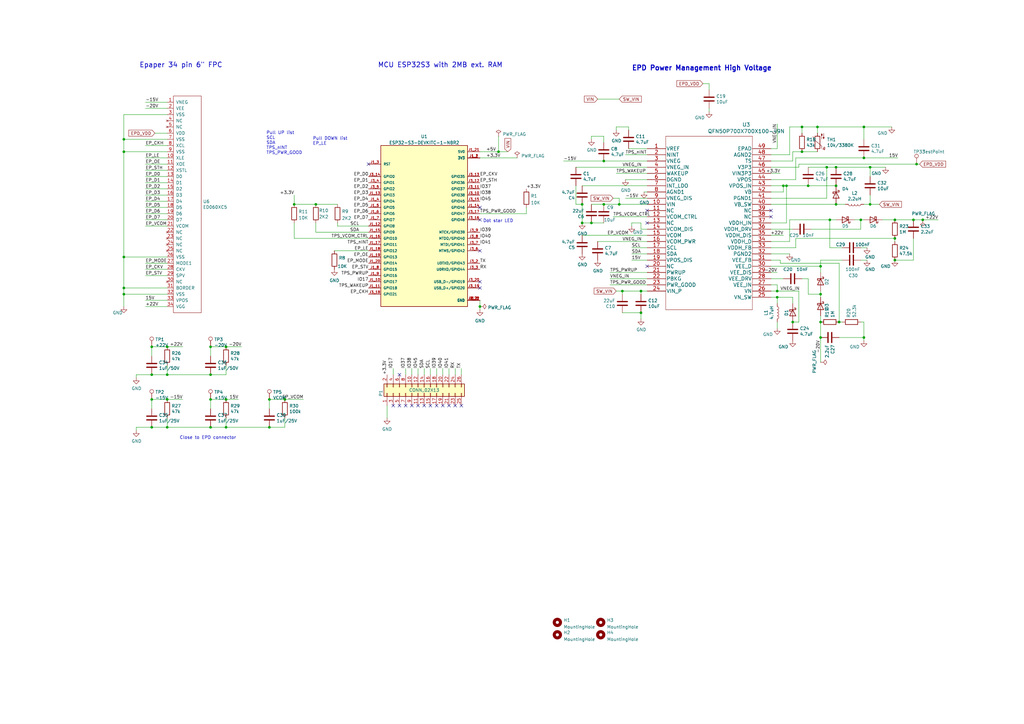
<source format=kicad_sch>
(kicad_sch (version 20211123) (generator eeschema)
  (paper "A3")
  (title_block (title "ESP32S2-WROVER dev board") (date "2022-02-01") (rev "V1.1") (company "FASANI CORP.") (comment 9 "Designed by Martin & Carlos Fasani"))
  (junction (at 339.09 68.58))
  (junction (at 50.8 105.41))
  (junction (at 356.87 68.58))
  (junction (at 62.23 175.26))
  (junction (at 378.46 90.17))
  (junction (at 336.55 132.08))
  (junction (at 367.03 90.17))
  (junction (at 262.89 119.38))
  (junction (at 318.77 119.38))
  (junction (at 92.71 175.26))
  (junction (at 247.65 83.82))
  (junction (at 325.12 132.08))
  (junction (at 68.58 153.67))
  (junction (at 328.93 62.23))
  (junction (at 86.36 142.24))
  (junction (at 356.87 83.82))
  (junction (at 354.33 52.07))
  (junction (at 262.89 128.27))
  (junction (at 50.8 118.11))
  (junction (at 353.06 90.17))
  (junction (at 86.36 175.26))
  (junction (at 344.17 132.08))
  (junction (at 50.8 120.65))
  (junction (at 335.28 52.07))
  (junction (at 336.55 120.65))
  (junction (at 354.33 138.43))
  (junction (at 62.23 142.24))
  (junction (at 342.9 76.2))
  (junction (at 322.58 76.2))
  (junction (at 62.23 153.67))
  (junction (at 68.58 175.26))
  (junction (at 110.49 163.83))
  (junction (at 86.36 153.67))
  (junction (at 92.71 163.83))
  (junction (at 110.49 175.26))
  (junction (at 86.36 163.83))
  (junction (at 62.23 163.83))
  (junction (at 92.71 142.24))
  (junction (at 336.55 109.22))
  (junction (at 238.76 91.44))
  (junction (at 374.65 90.17))
  (junction (at 68.58 142.24))
  (junction (at 254 83.82))
  (junction (at 196.85 125.73))
  (junction (at 247.65 66.04))
  (junction (at 342.9 83.82))
  (junction (at 318.77 121.92))
  (junction (at 340.36 90.17))
  (junction (at 50.8 57.15))
  (junction (at 331.47 76.2))
  (junction (at 204.47 62.23))
  (junction (at 367.03 106.68))
  (junction (at 120.65 83.82))
  (junction (at 255.27 119.38))
  (junction (at 328.93 52.07))
  (junction (at 129.54 83.82))
  (junction (at 68.58 163.83))
  (junction (at 242.57 91.44))
  (junction (at 321.31 76.2))
  (junction (at 367.03 97.79))
  (junction (at 50.8 62.23))
  (junction (at 116.84 163.83))
  (junction (at 354.33 64.77))
  (junction (at 342.9 68.58))
  (junction (at 238.76 83.82))
  (junction (at 336.55 138.43))
  (junction (at 375.92 67.31))
  (no_connect (at 163.83 166.37))
  (no_connect (at 196.85 118.11))
  (no_connect (at 184.15 166.37))
  (no_connect (at 196.85 85.09))
  (no_connect (at 176.53 166.37))
  (no_connect (at 173.99 166.37))
  (no_connect (at 179.07 166.37))
  (no_connect (at 163.83 153.67))
  (no_connect (at 265.43 109.22))
  (no_connect (at 316.23 88.9))
  (no_connect (at 186.69 166.37))
  (no_connect (at 168.91 166.37))
  (no_connect (at 316.23 86.36))
  (no_connect (at 171.45 166.37))
  (no_connect (at 196.85 90.17))
  (no_connect (at 166.37 166.37))
  (no_connect (at 189.23 166.37))
  (no_connect (at 265.43 86.36))
  (no_connect (at 196.85 102.87))
  (no_connect (at 181.61 166.37))
  (no_connect (at 151.13 67.31))
  (no_connect (at 265.43 91.44))
  (no_connect (at 196.85 115.57))
  (no_connect (at 161.29 166.37))
  (wire (pts (xy 318.77 121.92) (xy 325.12 121.92)))
  (wire (pts (xy 326.39 64.77) (xy 354.33 64.77)))
  (wire (pts (xy 68.58 59.69) (xy 59.69 59.69)))
  (wire (pts (xy 86.36 153.67) (xy 92.71 153.67)))
  (wire (pts (xy 255.27 119.38) (xy 262.89 119.38)))
  (wire (pts (xy 236.22 76.2) (xy 236.22 83.82)))
  (wire (pts (xy 238.76 91.44) (xy 238.76 83.82)))
  (wire (pts (xy 332.74 93.98) (xy 353.06 93.98)))
  (wire (pts (xy 251.46 81.28) (xy 254 81.28)))
  (wire (pts (xy 179.07 151.13) (xy 179.07 153.67)))
  (wire (pts (xy 323.85 99.06) (xy 316.23 99.06)))
  (wire (pts (xy 68.58 82.55) (xy 59.69 82.55)))
  (wire (pts (xy 252.73 119.38) (xy 255.27 119.38)))
  (wire (pts (xy 375.92 67.31) (xy 327.66 67.31)))
  (wire (pts (xy 99.06 142.24) (xy 92.71 142.24)))
  (wire (pts (xy 327.66 119.38) (xy 318.77 119.38)))
  (wire (pts (xy 353.06 132.08) (xy 354.33 132.08)))
  (wire (pts (xy 354.33 52.07) (xy 365.76 52.07)))
  (wire (pts (xy 62.23 153.67) (xy 55.88 153.67)))
  (wire (pts (xy 161.29 151.13) (xy 161.29 153.67)))
  (wire (pts (xy 50.8 62.23) (xy 50.8 105.41)))
  (wire (pts (xy 331.47 114.3) (xy 331.47 120.65)))
  (wire (pts (xy 196.85 125.73) (xy 196.85 123.19)))
  (wire (pts (xy 137.16 102.87) (xy 151.13 102.87)))
  (wire (pts (xy 318.77 60.96) (xy 318.77 50.8)))
  (wire (pts (xy 68.58 87.63) (xy 59.69 87.63)))
  (wire (pts (xy 86.36 167.64) (xy 86.36 163.83)))
  (wire (pts (xy 68.58 113.03) (xy 59.69 113.03)))
  (wire (pts (xy 255.27 128.27) (xy 262.89 128.27)))
  (wire (pts (xy 259.08 91.44) (xy 259.08 92.71)))
  (wire (pts (xy 316.23 66.04) (xy 325.12 66.04)))
  (wire (pts (xy 68.58 175.26) (xy 62.23 175.26)))
  (wire (pts (xy 265.43 73.66) (xy 256.54 73.66)))
  (wire (pts (xy 331.47 76.2) (xy 342.9 76.2)))
  (wire (pts (xy 252.73 52.07) (xy 252.73 53.34)))
  (wire (pts (xy 110.49 175.26) (xy 92.71 175.26)))
  (wire (pts (xy 316.23 81.28) (xy 339.09 81.28)))
  (wire (pts (xy 171.45 151.13) (xy 171.45 153.67)))
  (wire (pts (xy 320.04 107.95) (xy 320.04 106.68)))
  (wire (pts (xy 250.19 114.3) (xy 265.43 114.3)))
  (wire (pts (xy 50.8 120.65) (xy 50.8 125.73)))
  (wire (pts (xy 189.23 151.13) (xy 189.23 153.67)))
  (wire (pts (xy 242.57 55.88) (xy 242.57 57.15)))
  (wire (pts (xy 354.33 57.15) (xy 354.33 52.07)))
  (wire (pts (xy 353.06 106.68) (xy 355.6 106.68)))
  (wire (pts (xy 265.43 71.12) (xy 252.73 71.12)))
  (wire (pts (xy 247.65 55.88) (xy 242.57 55.88)))
  (wire (pts (xy 374.65 90.17) (xy 378.46 90.17)))
  (wire (pts (xy 318.77 121.92) (xy 318.77 124.46)))
  (wire (pts (xy 59.69 80.01) (xy 68.58 80.01)))
  (wire (pts (xy 350.52 90.17) (xy 353.06 90.17)))
  (wire (pts (xy 339.09 68.58) (xy 331.47 68.58)))
  (wire (pts (xy 353.06 93.98) (xy 353.06 90.17)))
  (wire (pts (xy 262.89 119.38) (xy 262.89 120.65)))
  (wire (pts (xy 68.58 123.19) (xy 59.69 123.19)))
  (wire (pts (xy 120.65 83.82) (xy 129.54 83.82)))
  (wire (pts (xy 242.57 91.44) (xy 238.76 91.44)))
  (wire (pts (xy 120.65 97.79) (xy 120.65 91.44)))
  (wire (pts (xy 63.5 54.61) (xy 68.58 54.61)))
  (wire (pts (xy 68.58 149.86) (xy 68.58 153.67)))
  (wire (pts (xy 120.65 80.01) (xy 120.65 83.82)))
  (wire (pts (xy 336.55 138.43) (xy 336.55 148.59)))
  (wire (pts (xy 328.93 52.07) (xy 335.28 52.07)))
  (wire (pts (xy 316.23 111.76) (xy 318.77 111.76)))
  (wire (pts (xy 92.71 153.67) (xy 92.71 149.86)))
  (wire (pts (xy 316.23 73.66) (xy 326.39 73.66)))
  (wire (pts (xy 342.9 68.58) (xy 356.87 68.58)))
  (wire (pts (xy 166.37 151.13) (xy 166.37 153.67)))
  (wire (pts (xy 322.58 76.2) (xy 331.47 76.2)))
  (wire (pts (xy 245.11 40.64) (xy 254 40.64)))
  (wire (pts (xy 336.55 109.22) (xy 336.55 106.68)))
  (wire (pts (xy 356.87 83.82) (xy 360.68 83.82)))
  (wire (pts (xy 256.54 63.5) (xy 265.43 63.5)))
  (wire (pts (xy 340.36 101.6) (xy 345.44 101.6)))
  (wire (pts (xy 325.12 62.23) (xy 328.93 62.23)))
  (wire (pts (xy 68.58 118.11) (xy 50.8 118.11)))
  (wire (pts (xy 129.54 83.82) (xy 138.43 83.82)))
  (wire (pts (xy 259.08 101.6) (xy 265.43 101.6)))
  (wire (pts (xy 316.23 78.74) (xy 321.31 78.74)))
  (wire (pts (xy 336.55 109.22) (xy 336.55 111.76)))
  (wire (pts (xy 236.22 68.58) (xy 265.43 68.58)))
  (wire (pts (xy 336.55 132.08) (xy 336.55 138.43)))
  (wire (pts (xy 236.22 83.82) (xy 238.76 83.82)))
  (wire (pts (xy 354.33 132.08) (xy 354.33 138.43)))
  (wire (pts (xy 327.66 132.08) (xy 327.66 119.38)))
  (wire (pts (xy 265.43 81.28) (xy 256.54 81.28)))
  (wire (pts (xy 59.69 90.17) (xy 68.58 90.17)))
  (wire (pts (xy 336.55 106.68) (xy 345.44 106.68)))
  (wire (pts (xy 55.88 153.67) (xy 55.88 154.94)))
  (wire (pts (xy 158.75 166.37) (xy 158.75 171.45)))
  (wire (pts (xy 86.36 175.26) (xy 68.58 175.26)))
  (wire (pts (xy 62.23 163.83) (xy 68.58 163.83)))
  (wire (pts (xy 247.65 83.82) (xy 242.57 83.82)))
  (wire (pts (xy 138.43 91.44) (xy 138.43 92.71)))
  (wire (pts (xy 323.85 104.14) (xy 316.23 104.14)))
  (wire (pts (xy 339.09 68.58) (xy 342.9 68.58)))
  (wire (pts (xy 215.9 87.63) (xy 215.9 85.09)))
  (wire (pts (xy 322.58 76.2) (xy 322.58 91.44)))
  (wire (pts (xy 124.46 163.83) (xy 116.84 163.83)))
  (wire (pts (xy 68.58 46.99) (xy 50.8 46.99)))
  (wire (pts (xy 354.33 83.82) (xy 356.87 83.82)))
  (wire (pts (xy 59.69 74.93) (xy 68.58 74.93)))
  (wire (pts (xy 321.31 78.74) (xy 321.31 76.2)))
  (wire (pts (xy 339.09 81.28) (xy 339.09 68.58)))
  (wire (pts (xy 288.29 34.29) (xy 290.83 34.29)))
  (wire (pts (xy 62.23 153.67) (xy 68.58 153.67)))
  (wire (pts (xy 318.77 116.84) (xy 316.23 116.84)))
  (wire (pts (xy 247.65 91.44) (xy 242.57 91.44)))
  (wire (pts (xy 59.69 44.45) (xy 68.58 44.45)))
  (wire (pts (xy 321.31 114.3) (xy 316.23 114.3)))
  (wire (pts (xy 344.17 138.43) (xy 354.33 138.43)))
  (wire (pts (xy 316.23 93.98) (xy 325.12 93.98)))
  (wire (pts (xy 327.66 68.58) (xy 316.23 68.58)))
  (wire (pts (xy 265.43 106.68) (xy 259.08 106.68)))
  (wire (pts (xy 356.87 68.58) (xy 363.22 68.58)))
  (wire (pts (xy 196.85 62.23) (xy 204.47 62.23)))
  (wire (pts (xy 68.58 120.65) (xy 50.8 120.65)))
  (wire (pts (xy 62.23 142.24) (xy 68.58 142.24)))
  (wire (pts (xy 59.69 107.95) (xy 68.58 107.95)))
  (wire (pts (xy 116.84 175.26) (xy 110.49 175.26)))
  (wire (pts (xy 186.69 151.13) (xy 186.69 153.67)))
  (wire (pts (xy 68.58 153.67) (xy 86.36 153.67)))
  (wire (pts (xy 316.23 121.92) (xy 318.77 121.92)))
  (wire (pts (xy 92.71 171.45) (xy 92.71 175.26)))
  (wire (pts (xy 361.95 90.17) (xy 367.03 90.17)))
  (wire (pts (xy 176.53 151.13) (xy 176.53 153.67)))
  (wire (pts (xy 326.39 97.79) (xy 367.03 97.79)))
  (wire (pts (xy 262.89 130.81) (xy 262.89 128.27)))
  (wire (pts (xy 265.43 66.04) (xy 247.65 66.04)))
  (wire (pts (xy 151.13 97.79) (xy 120.65 97.79)))
  (wire (pts (xy 353.06 90.17) (xy 354.33 90.17)))
  (wire (pts (xy 262.89 93.98) (xy 262.89 91.44)))
  (wire (pts (xy 247.65 83.82) (xy 254 83.82)))
  (wire (pts (xy 196.85 87.63) (xy 215.9 87.63)))
  (wire (pts (xy 265.43 78.74) (xy 264.16 78.74)))
  (wire (pts (xy 323.85 90.17) (xy 340.36 90.17)))
  (wire (pts (xy 321.31 76.2) (xy 322.58 76.2)))
  (wire (pts (xy 325.12 66.04) (xy 325.12 62.23)))
  (wire (pts (xy 196.85 64.77) (xy 212.09 64.77)))
  (wire (pts (xy 353.06 101.6) (xy 355.6 101.6)))
  (wire (pts (xy 50.8 118.11) (xy 50.8 120.65)))
  (wire (pts (xy 354.33 64.77) (xy 368.3 64.77)))
  (wire (pts (xy 265.43 93.98) (xy 262.89 93.98)))
  (wire (pts (xy 59.69 85.09) (xy 68.58 85.09)))
  (wire (pts (xy 344.17 132.08) (xy 344.17 107.95)))
  (wire (pts (xy 86.36 146.05) (xy 86.36 142.24)))
  (wire (pts (xy 342.9 83.82) (xy 346.71 83.82)))
  (wire (pts (xy 92.71 163.83) (xy 97.79 163.83)))
  (wire (pts (xy 238.76 96.52) (xy 265.43 96.52)))
  (wire (pts (xy 325.12 132.08) (xy 327.66 132.08)))
  (wire (pts (xy 320.04 71.12) (xy 316.23 71.12)))
  (wire (pts (xy 321.31 96.52) (xy 316.23 96.52)))
  (wire (pts (xy 326.39 101.6) (xy 326.39 97.79)))
  (wire (pts (xy 265.43 60.96) (xy 257.81 60.96)))
  (wire (pts (xy 356.87 80.01) (xy 356.87 83.82)))
  (wire (pts (xy 254 81.28) (xy 254 83.82)))
  (wire (pts (xy 335.28 54.61) (xy 335.28 52.07)))
  (wire (pts (xy 328.93 114.3) (xy 331.47 114.3)))
  (wire (pts (xy 92.71 175.26) (xy 86.36 175.26)))
  (wire (pts (xy 316.23 101.6) (xy 326.39 101.6)))
  (wire (pts (xy 59.69 92.71) (xy 68.58 92.71)))
  (wire (pts (xy 204.47 62.23) (xy 208.28 62.23)))
  (wire (pts (xy 254 83.82) (xy 265.43 83.82)))
  (wire (pts (xy 59.69 67.31) (xy 68.58 67.31)))
  (wire (pts (xy 328.93 62.23) (xy 335.28 62.23)))
  (wire (pts (xy 325.12 121.92) (xy 325.12 124.46)))
  (wire (pts (xy 168.91 151.13) (xy 168.91 153.67)))
  (wire (pts (xy 323.85 52.07) (xy 328.93 52.07)))
  (wire (pts (xy 68.58 64.77) (xy 59.69 64.77)))
  (wire (pts (xy 367.03 90.17) (xy 374.65 90.17)))
  (wire (pts (xy 316.23 76.2) (xy 321.31 76.2)))
  (wire (pts (xy 138.43 92.71) (xy 151.13 92.71)))
  (wire (pts (xy 318.77 60.96) (xy 316.23 60.96)))
  (wire (pts (xy 68.58 125.73) (xy 59.69 125.73)))
  (wire (pts (xy 323.85 90.17) (xy 323.85 99.06)))
  (wire (pts (xy 62.23 146.05) (xy 62.23 142.24)))
  (wire (pts (xy 50.8 46.99) (xy 50.8 57.15)))
  (wire (pts (xy 322.58 91.44) (xy 316.23 91.44)))
  (wire (pts (xy 196.85 127) (xy 196.85 125.73)))
  (wire (pts (xy 326.39 64.77) (xy 326.39 73.66)))
  (wire (pts (xy 86.36 142.24) (xy 92.71 142.24)))
  (wire (pts (xy 250.19 111.76) (xy 265.43 111.76)))
  (wire (pts (xy 354.33 138.43) (xy 354.33 139.7)))
  (wire (pts (xy 129.54 95.25) (xy 129.54 91.44)))
  (wire (pts (xy 68.58 72.39) (xy 59.69 72.39)))
  (wire (pts (xy 374.65 106.68) (xy 374.65 97.79)))
  (wire (pts (xy 250.19 116.84) (xy 265.43 116.84)))
  (wire (pts (xy 323.85 63.5) (xy 323.85 52.07)))
  (wire (pts (xy 62.23 167.64) (xy 62.23 163.83)))
  (wire (pts (xy 318.77 134.62) (xy 318.77 132.08)))
  (wire (pts (xy 238.76 76.2) (xy 265.43 76.2)))
  (wire (pts (xy 336.55 119.38) (xy 336.55 120.65)))
  (wire (pts (xy 68.58 171.45) (xy 68.58 175.26)))
  (wire (pts (xy 377.19 67.31) (xy 375.92 67.31)))
  (wire (pts (xy 316.23 63.5) (xy 323.85 63.5)))
  (wire (pts (xy 336.55 129.54) (xy 336.55 132.08)))
  (wire (pts (xy 247.65 58.42) (xy 247.65 55.88)))
  (wire (pts (xy 344.17 107.95) (xy 320.04 107.95)))
  (wire (pts (xy 231.14 66.04) (xy 247.65 66.04)))
  (wire (pts (xy 316.23 109.22) (xy 336.55 109.22)))
  (wire (pts (xy 265.43 88.9) (xy 251.46 88.9)))
  (wire (pts (xy 68.58 142.24) (xy 74.93 142.24)))
  (wire (pts (xy 110.49 163.83) (xy 110.49 167.64)))
  (wire (pts (xy 367.03 106.68) (xy 374.65 106.68)))
  (wire (pts (xy 265.43 104.14) (xy 259.08 104.14)))
  (wire (pts (xy 245.11 99.06) (xy 265.43 99.06)))
  (wire (pts (xy 86.36 163.83) (xy 92.71 163.83)))
  (wire (pts (xy 68.58 105.41) (xy 50.8 105.41)))
  (wire (pts (xy 367.03 97.79) (xy 367.03 99.06)))
  (wire (pts (xy 318.77 119.38) (xy 316.23 119.38)))
  (wire (pts (xy 68.58 110.49) (xy 59.69 110.49)))
  (wire (pts (xy 320.04 106.68) (xy 316.23 106.68)))
  (wire (pts (xy 173.99 151.13) (xy 173.99 153.67)))
  (wire (pts (xy 378.46 90.17) (xy 384.81 90.17)))
  (wire (pts (xy 340.36 90.17) (xy 340.36 101.6)))
  (wire (pts (xy 316.23 83.82) (xy 342.9 83.82)))
  (wire (pts (xy 62.23 175.26) (xy 55.88 175.26)))
  (wire (pts (xy 344.17 132.08) (xy 345.44 132.08)))
  (wire (pts (xy 55.88 175.26) (xy 55.88 176.53)))
  (wire (pts (xy 255.27 119.38) (xy 255.27 120.65)))
  (wire (pts (xy 68.58 163.83) (xy 74.93 163.83)))
  (wire (pts (xy 257.81 52.07) (xy 252.73 52.07)))
  (wire (pts (xy 181.61 151.13) (xy 181.61 153.67)))
  (wire (pts (xy 331.47 120.65) (xy 336.55 120.65)))
  (wire (pts (xy 265.43 119.38) (xy 262.89 119.38)))
  (wire (pts (xy 340.36 90.17) (xy 342.9 90.17)))
  (wire (pts (xy 204.47 55.88) (xy 204.47 62.23)))
  (wire (pts (xy 328.93 54.61) (xy 328.93 52.07)))
  (wire (pts (xy 356.87 72.39) (xy 356.87 68.58)))
  (wire (pts (xy 262.89 91.44) (xy 259.08 91.44)))
  (wire (pts (xy 68.58 62.23) (xy 50.8 62.23)))
  (wire (pts (xy 318.77 119.38) (xy 318.77 116.84)))
  (wire (pts (xy 257.81 53.34) (xy 257.81 52.07)))
  (wire (pts (xy 50.8 105.41) (xy 50.8 118.11)))
  (wire (pts (xy 290.83 34.29) (xy 290.83 36.83)))
  (wire (pts (xy 335.28 52.07) (xy 354.33 52.07)))
  (wire (pts (xy 59.69 41.91) (xy 68.58 41.91)))
  (wire (pts (xy 50.8 57.15) (xy 50.8 62.23)))
  (wire (pts (xy 59.69 69.85) (xy 68.58 69.85)))
  (wire (pts (xy 290.83 45.72) (xy 290.83 44.45)))
  (wire (pts (xy 336.55 120.65) (xy 336.55 121.92)))
  (wire (pts (xy 116.84 171.45) (xy 116.84 175.26)))
  (wire (pts (xy 68.58 77.47) (xy 59.69 77.47)))
  (wire (pts (xy 327.66 67.31) (xy 327.66 68.58)))
  (wire (pts (xy 129.54 95.25) (xy 151.13 95.25)))
  (wire (pts (xy 116.84 163.83) (xy 110.49 163.83)))
  (wire (pts (xy 68.58 57.15) (xy 50.8 57.15)))
  (wire (pts (xy 184.15 151.13) (xy 184.15 153.67)))
  (text "Close to EPD connector" (at 73.66 180.34 0) (effects (font (size 1.27 1.27)) (justify left bottom)))
  (text "Pull UP list\nSCL\nSDA\nTPS_nINT\nTPS_PWR_GOOD" (at 109.22 63.5 0) (effects (font (size 1.27 1.27)) (justify left bottom)))
  (text "MCU ESP32S3 with 2MB ext. RAM" (at 154.94 27.94 0) (effects (font (size 2 2) (thickness 0.254) bold) (justify left bottom)))
  (text "Dot star LED" (at 198.12 91.44 0) (effects (font (size 1.27 1.27)) (justify left bottom)))
  (text "EPD Power Management High Voltage" (at 259.08 29.21 0) (effects (font (size 2 2) (thickness 0.4) bold) (justify left bottom)))
  (text "Pull DOWN list\nEP_LE" (at 128.27 59.69 0) (effects (font (size 1.27 1.27)) (justify left bottom)))
  (text "Epaper 34 pin 6\" FPC" (at 57.15 27.94 0) (effects (font (size 2 2) (thickness 0.254) bold) (justify left bottom)))
  (label "EP_D5" (at 59.69 85.09 0))
  (label "15V" (at 97.79 163.83 180))
  (label "EP_OE" (at 151.13 105.41 180))
  (label "EP_D2" (at 59.69 77.47 0))
  (label "VNEG_IN" (at 250.19 114.3 0))
  (label "+3.3V" (at 199.39 64.77 0))
  (label "EP_D3" (at 151.13 80.01 180))
  (label "EP_D1" (at 59.69 74.93 0))
  (label "EP_OE" (at 59.69 67.31 0))
  (label "-15V" (at 231.14 66.04 0))
  (label "+22V" (at 59.69 125.73 0))
  (label "EP_D4" (at 151.13 82.55 180))
  (label "SDA" (at 147.32 95.25 180))
  (label "-15V" (at 59.69 41.91 0))
  (label "EP_CKH" (at 151.13 120.65 180))
  (label "-20V" (at 336.55 144.78 90))
  (label "EP_D0" (at 151.13 72.39 180))
  (label "RX" (at 196.85 110.49 0))
  (label "EP_LE" (at 59.69 64.77 0))
  (label "VNEG_IN" (at 255.27 68.58 0))
  (label "EP_D3" (at 59.69 80.01 0))
  (label "TX" (at 196.85 107.95 0))
  (label "TX" (at 189.23 151.13 90))
  (label "EP_STV" (at 151.13 110.49 180))
  (label "SCL" (at 259.08 101.6 0))
  (label "IO37" (at 196.85 77.47 0))
  (label "EP_D7" (at 151.13 90.17 180))
  (label "EP_D0" (at 59.69 72.39 0))
  (label "IO38" (at 196.85 80.01 0))
  (label "EP_D4" (at 59.69 82.55 0))
  (label "TPS_VCOM_CTRL" (at 251.46 88.9 0))
  (label "EP_D2" (at 151.13 77.47 180))
  (label "EP_D5" (at 151.13 85.09 180))
  (label "IO17" (at 161.29 151.13 90))
  (label "VNEG_IN" (at 318.77 50.8 270))
  (label "EP_STH" (at 59.69 69.85 0))
  (label "EP_D6" (at 151.13 87.63 180))
  (label "IO45" (at 196.85 82.55 0))
  (label "SDA" (at 259.08 104.14 0))
  (label "TPS_WAKEUP" (at 252.73 71.12 0))
  (label "RX" (at 186.69 151.13 90))
  (label "-20V" (at 99.06 142.24 180))
  (label "IO39" (at 179.07 151.13 90))
  (label "IO45" (at 171.45 151.13 90))
  (label "15V" (at 368.3 64.77 180))
  (label "TPS_nINT" (at 151.13 100.33 180))
  (label "SCL" (at 147.32 92.71 180))
  (label "TPS_PWRUP" (at 250.19 111.76 0))
  (label "+22V" (at 74.93 142.24 180))
  (label "TPS_nINT" (at 256.54 63.5 0))
  (label "EP_MODE" (at 59.69 107.95 0))
  (label "TPS_PWR_GOOD" (at 250.19 116.84 0))
  (label "EP_STV" (at 59.69 113.03 0))
  (label "SCL" (at 176.53 151.13 90))
  (label "EP_CKV" (at 59.69 110.49 0))
  (label "IO41" (at 184.15 151.13 90))
  (label "IO40" (at 196.85 97.79 0))
  (label "+3.3V" (at 215.9 77.47 0))
  (label "EP_D7" (at 59.69 90.17 0))
  (label "EP_VCOM" (at 59.69 92.71 0))
  (label "EP_VCOM" (at 257.81 96.52 180))
  (label "IO39" (at 196.85 95.25 0))
  (label "IO38" (at 168.91 151.13 90))
  (label "15V" (at 259.08 106.68 0))
  (label "VNEG_IN" (at 320.04 119.38 0))
  (label "+5V" (at 199.39 62.23 0))
  (label "TPS_PWR_GOOD" (at 196.85 87.63 0))
  (label "IO17" (at 151.13 115.57 180))
  (label "TPS_PWRUP" (at 151.13 113.03 180))
  (label "+3.3V" (at 120.65 80.01 180))
  (label "+3.3V" (at 158.75 153.67 90))
  (label "+22V" (at 321.31 96.52 180))
  (label "EP_MODE" (at 151.13 107.95 180))
  (label "EP_CKH" (at 59.69 59.69 0))
  (label "EP_STH" (at 196.85 74.93 0))
  (label "EP_D6" (at 59.69 87.63 0))
  (label "15V" (at 59.69 123.19 0))
  (label "EP_LE" (at 151.13 102.87 180))
  (label "+22V" (at 384.81 90.17 180))
  (label "IO37" (at 166.37 151.13 90))
  (label "TPS_WAKEUP" (at 151.13 118.11 180))
  (label "-20V" (at 59.69 44.45 0))
  (label "IO41" (at 196.85 100.33 0))
  (label "SDA" (at 173.99 151.13 90))
  (label "EP_CKV" (at 196.85 72.39 0))
  (label "VNEG_IN" (at 255.27 99.06 0))
  (label "EP_VCOM" (at 124.46 163.83 180))
  (label "EP_D1" (at 151.13 74.93 180))
  (label "+3.3V" (at 320.04 71.12 180))
  (label "TPS_VCOM_CTRL" (at 151.13 97.79 180))
  (label "-15V" (at 256.54 81.28 0))
  (label "-15V" (at 74.93 163.83 180))
  (label "-20V" (at 318.77 111.76 180))
  (label "IO40" (at 181.61 151.13 90))
  (global_label "EPD_VDD" (shape input) (at 377.19 67.31 0) (property "Intersheet References" "${INTERSHEET_REFS}" (effects hide)))
  (global_label "EPD_VDD" (shape input) (at 63.5 54.61 180) (property "Intersheet References" "${INTERSHEET_REFS}" (effects hide)))
  (global_label "SW_VIN" (shape input) (at 251.46 81.28 180) (property "Intersheet References" "${INTERSHEET_REFS}" (effects hide)))
  (global_label "VIN" (shape input) (at 245.11 40.64 180) (property "Intersheet References" "${INTERSHEET_REFS}" (effects hide)))
  (global_label "VIN" (shape input) (at 208.28 62.23 90) (property "Intersheet References" "${INTERSHEET_REFS}" (effects hide)))
  (global_label "SW_VIN" (shape input) (at 360.68 83.82 0) (property "Intersheet References" "${INTERSHEET_REFS}" (effects hide)))
  (global_label "SW_VIN" (shape input) (at 252.73 119.38 180) (property "Intersheet References" "${INTERSHEET_REFS}" (effects hide)))
  (global_label "SW_VIN" (shape input) (at 254 40.64 0) (property "Intersheet References" "${INTERSHEET_REFS}" (effects hide)))
  (global_label "EPD_VDD" (shape input) (at 288.29 34.29 180) (property "Intersheet References" "${INTERSHEET_REFS}" (effects hide)))
  (symbol (lib_id "Connector_Generic:Conn_02x13_Odd_Even") (at 173.99 161.29 90) (unit 1)
    (property "Reference" "P1" (at 156.21 161.29 0))
    (property "Value" "CONN_02X13" (at 173.99 160.02 90))
    (property "Footprint" "Connector_PinHeader_2.54mm:PinHeader_2x13_P2.54mm_Vertical" (effects hide))
  )
  (symbol (lib_id "TPS65185:TPS651851RSLR") (at 265.43 60.96 0) (unit 1)
    (property "Reference" "U3" (at 306.07 51.1302 0) (effects (font (size 1.524 1.524))))
    (property "Value" "QFN50P700X700X100-49N" (at 306.07 53.8226 0) (effects (font (size 1.524 1.524))))
    (property "Footprint" "footprint:TPS65185RGZR_700X700X100-49N" (effects hide))
    (property "LCSC" "C139292" (effects hide))
  )
  (symbol (lib_id "Device:L") (at 350.52 83.82 270) (unit 1)
    (property "Reference" "L2" (at 350.52 79.2226 90))
    (property "Value" "2.2uH" (at 350.52 81.534 90))
    (property "Footprint" "Inductor_SMD:L_Taiyo-Yuden_NR-40xx_HandSoldering" (effects hide))
    (property "LCSC" "C92959" (effects hide))
  )
  (symbol (lib_id "Diode:MBR0540") (at 342.9 80.01 270) (unit 1)
    (property "Reference" "D4" (at 346.71 77.47 90))
    (property "Value" "MBR0540" (effects hide))
    (property "Footprint" "Diode_SMD:D_SOD-123" (effects hide))
    (property "Datasheet" "http://www.mccsemi.com/up_pdf/MBR0520~MBR0580(SOD123).pdf" (effects hide))
    (property "LCSC" "C21353" (effects hide))
  )
  (symbol (lib_id "power:GND") (at 363.22 68.58 0) (unit 1)
    (property "Reference" "#PWR0109" (effects hide))
    (property "Value" "GND" (at 359.41 71.12 0))
  )
  (symbol (lib_id "Device:C") (at 356.87 76.2 0) (unit 1)
    (property "Reference" "C32" (at 359.791 75.0316 0) (effects (justify left)))
    (property "Value" "10uF" (at 359.791 77.343 0) (effects (justify left)))
    (property "Footprint" "Capacitor_SMD:C_0805_2012Metric" (effects hide))
    (property "LCSC" "C15850" (effects hide))
  )
  (symbol (lib_id "Diode:MBR0540") (at 346.71 90.17 180) (unit 1)
    (property "Reference" "D5" (at 346.71 92.71 0))
    (property "Value" "MBR0540" (effects hide))
    (property "Footprint" "Diode_SMD:D_SOD-123" (effects hide))
    (property "Datasheet" "http://www.mccsemi.com/up_pdf/MBR0520~MBR0580(SOD123).pdf" (effects hide))
    (property "LCSC" "C21353" (effects hide))
  )
  (symbol (lib_id "Diode:MBR0540") (at 358.14 90.17 180) (unit 1)
    (property "Reference" "D6" (at 358.14 92.71 0))
    (property "Value" "MBR0540" (effects hide))
    (property "Footprint" "Diode_SMD:D_SOD-123" (effects hide))
    (property "Datasheet" "http://www.mccsemi.com/up_pdf/MBR0520~MBR0580(SOD123).pdf" (effects hide))
    (property "LCSC" "C21353" (effects hide))
  )
  (symbol (lib_id "Device:C") (at 349.25 101.6 270) (unit 1)
    (property "Reference" "C29" (at 346.71 100.33 90) (effects (justify right)))
    (property "Value" "100nF" (at 356.87 100.33 90) (effects (justify right)))
    (property "Footprint" "Capacitor_SMD:C_0805_2012Metric" (effects hide))
    (property "LCSC" " C49678" (effects hide))
  )
  (symbol (lib_id "epd_breakout:ED060XC5") (at 68.58 83.82 0) (unit 1)
    (property "Reference" "U6" (at 83.2612 82.6516 0) (effects (justify left)))
    (property "Value" "ED060XC5" (at 83.2612 84.963 0) (effects (justify left)))
    (property "Footprint" "footprint:X05A20H34G" (effects hide))
    (property "Datasheet" "http://www.universaldisplay.asia/wp-content/uploads/2012/10/ED060XC5.pdf, https://datasheet.lcsc.com/szlcsc/2005221833_XKB-Connectivity-X05A20H34G_C528053.pdf" (effects hide))
    (property "LCSC" "C528053" (effects hide))
  )
  (symbol (lib_id "Device:C") (at 328.93 93.98 270) (unit 1)
    (property "Reference" "C25" (at 327.66 96.52 90) (effects (justify right)))
    (property "Value" "10nF" (at 334.01 96.52 90) (effects (justify right)))
    (property "Footprint" "Capacitor_SMD:C_0805_2012Metric" (effects hide))
    (property "LCSC" "C1710" (effects hide))
  )
  (symbol (lib_id "power:GND") (at 50.8 125.73 0) (unit 1)
    (property "Reference" "#PWR0118" (effects hide))
    (property "Value" "GND" (at 48.26 128.27 0))
  )
  (symbol (lib_id "Device:R") (at 367.03 102.87 0) (unit 1)
    (property "Reference" "R24" (at 368.808 101.7016 0) (effects (justify left)))
    (property "Value" "47.5k" (at 368.808 104.013 0) (effects (justify left)))
    (property "Footprint" "Resistor_SMD:R_0603_1608Metric" (effects hide))
    (property "LCSC" "C25819" (effects hide))
  )
  (symbol (lib_id "Device:R") (at 367.03 93.98 0) (unit 1)
    (property "Reference" "R23" (at 368.808 92.8116 0) (effects (justify left)))
    (property "Value" "1M" (at 368.808 95.123 0) (effects (justify left)))
    (property "Footprint" "Resistor_SMD:R_0603_1608Metric" (effects hide))
    (property "LCSC" "C22935" (effects hide))
  )
  (symbol (lib_id "Device:C") (at 342.9 72.39 0) (unit 1)
    (property "Reference" "C28" (at 345.821 71.2216 0) (effects (justify left)))
    (property "Value" "4.7uF" (at 345.821 73.533 0) (effects (justify left)))
    (property "Footprint" "Capacitor_SMD:C_0805_2012Metric" (effects hide))
    (property "LCSC" "C1779" (effects hide))
  )
  (symbol (lib_id "Connector:TestPoint") (at 62.23 142.24 0) (unit 1)
    (property "Reference" "TP1" (at 63.7032 139.2428 0) (effects (justify left)))
    (property "Value" "+22V" (at 63.7032 141.5542 0) (effects (justify left)))
    (property "Footprint" "TestPoint:TestPoint_Pad_D2.5mm" (effects hide))
  )
  (symbol (lib_id "Connector:TestPoint") (at 86.36 142.24 0) (unit 1)
    (property "Reference" "TP3" (at 87.8332 139.2428 0) (effects (justify left)))
    (property "Value" "-20V" (at 87.8332 141.5542 0) (effects (justify left)))
    (property "Footprint" "TestPoint:TestPoint_Pad_D2.5mm" (effects hide))
  )
  (symbol (lib_id "Device:C") (at 374.65 93.98 0) (unit 1)
    (property "Reference" "C33" (at 377.571 92.8116 0) (effects (justify left)))
    (property "Value" "2.2uF" (at 377.571 95.123 0) (effects (justify left)))
    (property "Footprint" "Capacitor_SMD:C_0805_2012Metric" (effects hide))
    (property "LCSC" "C49217" (effects hide))
  )
  (symbol (lib_id "Connector:TestPoint") (at 62.23 163.83 0) (unit 1)
    (property "Reference" "TP2" (at 63.7032 160.8328 0) (effects (justify left)))
    (property "Value" "-15V" (at 63.7032 163.1442 0) (effects (justify left)))
    (property "Footprint" "TestPoint:TestPoint_Pad_D2.5mm" (effects hide))
  )
  (symbol (lib_id "Connector:TestPoint") (at 86.36 163.83 0) (unit 1)
    (property "Reference" "TP4" (at 87.8332 160.8328 0) (effects (justify left)))
    (property "Value" "+15V" (at 87.8332 163.1442 0) (effects (justify left)))
    (property "Footprint" "TestPoint:TestPoint_Pad_D2.5mm" (effects hide))
  )
  (symbol (lib_id "Connector:TestPoint") (at 110.49 163.83 0) (unit 1)
    (property "Reference" "TP5" (at 111.9632 160.8328 0) (effects (justify left)))
    (property "Value" "VCOM" (at 111.9632 163.1442 0) (effects (justify left)))
    (property "Footprint" "TestPoint:TestPoint_Pad_D2.5mm" (effects hide))
  )
  (symbol (lib_id "power:GND") (at 367.03 106.68 0) (unit 1)
    (property "Reference" "#PWR0108" (effects hide))
    (property "Value" "GND" (at 363.22 109.22 0))
  )
  (symbol (lib_id "Device:C") (at 331.47 72.39 0) (unit 1)
    (property "Reference" "C26" (at 334.391 71.2216 0) (effects (justify left)))
    (property "Value" "4.7uF" (at 334.391 73.533 0) (effects (justify left)))
    (property "Footprint" "Capacitor_SMD:C_0805_2012Metric" (effects hide))
    (property "LCSC" "C1779" (effects hide))
  )
  (symbol (lib_id "Device:C") (at 354.33 60.96 0) (unit 1)
    (property "Reference" "C31" (at 357.251 59.7916 0) (effects (justify left)))
    (property "Value" "4.7uF" (at 357.251 62.103 0) (effects (justify left)))
    (property "Footprint" "Capacitor_SMD:C_0805_2012Metric" (effects hide))
    (property "LCSC" "C1779" (effects hide))
  )
  (symbol (lib_id "Device:Thermistor_NTC") (at 335.28 58.42 180) (unit 1)
    (property "Reference" "TH1" (at 339.1408 57.2516 0) (effects (justify right)))
    (property "Value" "10k/3380K" (at 339.1408 59.563 0) (effects (justify right)))
    (property "Footprint" "Resistor_SMD:R_0603_1608Metric" (effects hide))
    (property "LCSC" "C76589" (effects hide))
  )
  (symbol (lib_id "Device:R") (at 328.93 58.42 0) (unit 1)
    (property "Reference" "R18" (at 330.708 57.2516 0) (effects (justify left)))
    (property "Value" "43k" (at 330.708 59.563 0) (effects (justify left)))
    (property "Footprint" "Resistor_SMD:R_0603_1608Metric" (effects hide))
    (property "LCSC" "C23172" (effects hide))
  )
  (symbol (lib_id "power:GND") (at 365.76 52.07 0) (unit 1)
    (property "Reference" "#PWR0104" (effects hide))
    (property "Value" "GND" (at 361.95 54.61 0))
  )
  (symbol (lib_id "Device:C") (at 247.65 87.63 0) (unit 1)
    (property "Reference" "C9" (at 248.92 85.09 0) (effects (justify left)))
    (property "Value" "10uF" (at 247.65 90.17 0) (effects (justify left)))
    (property "Footprint" "Capacitor_SMD:C_0805_2012Metric" (effects hide))
    (property "LCSC" "C15850" (effects hide))
  )
  (symbol (lib_id "Device:C") (at 238.76 100.33 180) (unit 1)
    (property "Reference" "C5" (at 235.839 101.4984 0) (effects (justify left)))
    (property "Value" "4.7uF" (at 235.839 99.187 0) (effects (justify left)))
    (property "Footprint" "Capacitor_SMD:C_0805_2012Metric" (effects hide))
    (property "LCSC" "C1779" (effects hide))
  )
  (symbol (lib_id "Device:C") (at 262.89 124.46 0) (unit 1)
    (property "Reference" "C12" (at 265.811 123.2916 0) (effects (justify left)))
    (property "Value" "10uF" (at 265.811 125.603 0) (effects (justify left)))
    (property "Footprint" "Capacitor_SMD:C_0805_2012Metric" (effects hide))
    (property "LCSC" "C15850" (effects hide))
  )
  (symbol (lib_id "Device:L") (at 318.77 128.27 0) (unit 1)
    (property "Reference" "L1" (at 314.1726 128.27 90))
    (property "Value" "4.7uH" (at 316.484 128.27 90))
    (property "Footprint" "Inductor_SMD:L_Taiyo-Yuden_NR-50xx_HandSoldering" (effects hide))
    (property "LCSC" "C222947" (effects hide))
  )
  (symbol (lib_id "power:GND") (at 318.77 134.62 0) (unit 1)
    (property "Reference" "#PWR0105" (effects hide))
    (property "Value" "GND" (at 314.96 137.16 0))
  )
  (symbol (lib_id "Diode:MBR0540") (at 325.12 128.27 270) (unit 1)
    (property "Reference" "D1" (at 322.58 128.27 0))
    (property "Value" "MBR0540" (effects hide))
    (property "Footprint" "Diode_SMD:D_SOD-123" (effects hide))
    (property "Datasheet" "http://www.mccsemi.com/up_pdf/MBR0520~MBR0580(SOD123).pdf" (effects hide))
    (property "LCSC" "C21353" (effects hide))
  )
  (symbol (lib_id "Device:C") (at 325.12 135.89 0) (unit 1)
    (property "Reference" "C24" (at 328.041 134.7216 0) (effects (justify left)))
    (property "Value" "4.7uF" (at 328.041 137.033 0) (effects (justify left)))
    (property "Footprint" "Capacitor_SMD:C_0805_2012Metric" (effects hide))
    (property "LCSC" "C1779" (effects hide))
  )
  (symbol (lib_id "power:GND") (at 325.12 139.7 0) (unit 1)
    (property "Reference" "#PWR0106" (effects hide))
    (property "Value" "GND" (at 321.31 142.24 0))
  )
  (symbol (lib_id "Device:C") (at 236.22 72.39 0) (unit 1)
    (property "Reference" "C1" (at 239.141 71.2216 0) (effects (justify left)))
    (property "Value" "4.7uF" (at 239.141 73.533 0) (effects (justify left)))
    (property "Footprint" "Capacitor_SMD:C_0805_2012Metric" (effects hide))
    (property "LCSC" "C1779" (effects hide))
  )
  (symbol (lib_id "Device:C") (at 245.11 102.87 0) (unit 1)
    (property "Reference" "C7" (at 248.031 101.7016 0) (effects (justify left)))
    (property "Value" "4.7uF" (at 248.031 104.013 0) (effects (justify left)))
    (property "Footprint" "Capacitor_SMD:C_0805_2012Metric" (effects hide))
    (property "LCSC" "C1779" (effects hide))
  )
  (symbol (lib_id "Diode:MBR0540") (at 336.55 115.57 270) (unit 1)
    (property "Reference" "D2" (at 339.09 115.57 0))
    (property "Value" "MBR0540" (effects hide))
    (property "Footprint" "Diode_SMD:D_SOD-123" (effects hide))
    (property "Datasheet" "http://www.mccsemi.com/up_pdf/MBR0520~MBR0580(SOD123).pdf" (effects hide))
    (property "LCSC" "C21353" (effects hide))
  )
  (symbol (lib_id "Diode:MBR0540") (at 336.55 125.73 270) (unit 1)
    (property "Reference" "D3" (at 339.09 125.73 0))
    (property "Value" "MBR0540" (effects hide))
    (property "Footprint" "Diode_SMD:D_SOD-123" (effects hide))
    (property "Datasheet" "http://www.mccsemi.com/up_pdf/MBR0520~MBR0580(SOD123).pdf" (effects hide))
    (property "LCSC" "C21353" (effects hide))
  )
  (symbol (lib_id "Device:C") (at 247.65 62.23 0) (unit 1)
    (property "Reference" "C8" (at 250.571 61.0616 0) (effects (justify left)))
    (property "Value" "4.7uF" (at 250.571 63.373 0) (effects (justify left)))
    (property "Footprint" "Capacitor_SMD:C_0805_2012Metric" (effects hide))
    (property "LCSC" "C1779" (effects hide))
  )
  (symbol (lib_id "Device:C") (at 325.12 114.3 270) (unit 1)
    (property "Reference" "C20" (at 325.12 110.49 90) (effects (justify right)))
    (property "Value" "10nF" (at 331.47 110.49 90) (effects (justify right)))
    (property "Footprint" "Capacitor_SMD:C_0805_2012Metric" (effects hide))
    (property "LCSC" "C1710" (effects hide))
  )
  (symbol (lib_id "Device:C") (at 349.25 106.68 90) (unit 1)
    (property "Reference" "C30" (at 347.98 113.03 90) (effects (justify right)))
    (property "Value" "100nF" (at 346.71 110.49 90) (effects (justify right)))
    (property "Footprint" "Capacitor_SMD:C_0805_2012Metric" (effects hide))
    (property "LCSC" "C49678" (effects hide))
  )
  (symbol (lib_id "Device:R") (at 349.25 132.08 90) (unit 1)
    (property "Reference" "R20" (at 348.0816 130.302 0) (effects (justify left)))
    (property "Value" "52.3k" (at 350.393 130.302 0) (effects (justify left)))
    (property "Footprint" "Resistor_SMD:R_0603_1608Metric" (effects hide))
    (property "LCSC" "C23196" (effects hide))
  )
  (symbol (lib_id "Device:R") (at 340.36 132.08 90) (unit 1)
    (property "Reference" "R19" (at 339.1916 130.302 0) (effects (justify left)))
    (property "Value" "1M" (at 341.503 130.302 0) (effects (justify left)))
    (property "Footprint" "Resistor_SMD:R_0603_1608Metric" (effects hide))
    (property "LCSC" "C22935" (effects hide))
  )
  (symbol (lib_id "Device:C") (at 340.36 138.43 270) (unit 1)
    (property "Reference" "C27" (at 341.5284 141.351 0) (effects (justify left)))
    (property "Value" "2.2uF" (at 339.217 141.351 0) (effects (justify left)))
    (property "Footprint" "Capacitor_SMD:C_0805_2012Metric" (effects hide))
    (property "LCSC" "C49217" (effects hide))
  )
  (symbol (lib_id "power:GND") (at 354.33 139.7 0) (unit 1)
    (property "Reference" "#PWR0113" (effects hide))
    (property "Value" "GND" (at 350.52 142.24 0))
  )
  (symbol (lib_id "power:GND") (at 355.6 106.68 0) (unit 1)
    (property "Reference" "#PWR0122" (effects hide))
    (property "Value" "GND" (at 356.87 110.49 0))
  )
  (symbol (lib_id "power:GND") (at 355.6 101.6 0) (unit 1)
    (property "Reference" "#PWR0123" (effects hide))
    (property "Value" "GND" (at 356.87 105.41 0))
  )
  (symbol (lib_id "Device:C") (at 238.76 80.01 180) (unit 1)
    (property "Reference" "C4" (at 235.839 81.1784 0) (effects (justify left)))
    (property "Value" "4.7uF" (at 235.839 78.867 0) (effects (justify left)))
    (property "Footprint" "Capacitor_SMD:C_0805_2012Metric" (effects hide))
    (property "LCSC" "C1779" (effects hide))
  )
  (symbol (lib_id "Device:C") (at 257.81 57.15 0) (unit 1)
    (property "Reference" "C11" (at 260.731 55.9816 0) (effects (justify left)))
    (property "Value" "4.7uF" (at 260.731 58.293 0) (effects (justify left)))
    (property "Footprint" "Capacitor_SMD:C_0805_2012Metric" (effects hide))
    (property "LCSC" "C1779" (effects hide))
  )
  (symbol (lib_id "power:GND") (at 262.89 130.81 0) (unit 1)
    (property "Reference" "#PWR0124" (effects hide))
    (property "Value" "GND" (at 263.017 135.2042 0))
  )
  (symbol (lib_id "power:GND") (at 245.11 106.68 0) (unit 1)
    (property "Reference" "#PWR0125" (effects hide))
    (property "Value" "GND" (at 245.237 111.0742 0))
  )
  (symbol (lib_id "power:GND") (at 238.76 104.14 0) (unit 1)
    (property "Reference" "#PWR0126" (effects hide))
    (property "Value" "GND" (at 238.887 108.5342 0))
  )
  (symbol (lib_id "power:GND") (at 238.76 91.44 0) (unit 1)
    (property "Reference" "#PWR0127" (effects hide))
    (property "Value" "GND" (at 238.887 95.8342 0))
  )
  (symbol (lib_id "power:GND") (at 242.57 57.15 0) (unit 1)
    (property "Reference" "#PWR0128" (effects hide))
    (property "Value" "GND" (at 242.697 61.5442 0))
  )
  (symbol (lib_id "power:GND") (at 252.73 53.34 0) (unit 1)
    (property "Reference" "#PWR0129" (effects hide))
    (property "Value" "GND" (at 252.857 57.7342 0))
  )
  (symbol (lib_id "power:GND") (at 259.08 92.71 0) (unit 1)
    (property "Reference" "#PWR0130" (effects hide))
    (property "Value" "GND" (at 261.62 95.25 0))
  )
  (symbol (lib_id "power:GND") (at 323.85 104.14 0) (unit 1)
    (property "Reference" "#PWR0131" (effects hide))
    (property "Value" "GND" (at 326.39 106.68 0))
  )
  (symbol (lib_id "Device:C") (at 290.83 40.64 0) (unit 1)
    (property "Reference" "C19" (at 293.751 39.4716 0) (effects (justify left)))
    (property "Value" "10uF" (at 293.751 41.783 0) (effects (justify left)))
    (property "Footprint" "Capacitor_SMD:C_0805_2012Metric" (effects hide))
    (property "LCSC" "C19702" (effects hide))
  )
  (symbol (lib_id "power:GND") (at 290.83 45.72 0) (unit 1)
    (property "Reference" "#PWR0132" (effects hide))
    (property "Value" "GND" (at 287.02 48.26 0))
  )
  (symbol (lib_id "power:GND") (at 256.54 73.66 0) (unit 1)
    (property "Reference" "#PWR0133" (effects hide))
    (property "Value" "GND" (at 256.667 78.0542 0))
  )
  (symbol (lib_id "power:GND") (at 264.16 78.74 0) (unit 1)
    (property "Reference" "#PWR0134" (effects hide))
    (property "Value" "GND" (at 264.287 83.1342 0))
  )
  (symbol (lib_id "Device:C") (at 255.27 124.46 180) (unit 1)
    (property "Reference" "C10" (at 252.349 125.6284 0) (effects (justify left)))
    (property "Value" "22uF" (at 252.349 123.317 0) (effects (justify left)))
    (property "Footprint" "Capacitor_SMD:C_0805_2012Metric" (effects hide))
    (property "LCSC" "C45783" (effects hide))
  )
  (symbol (lib_id "Device:C") (at 242.57 87.63 180) (unit 1)
    (property "Reference" "C6" (at 239.649 88.7984 0) (effects (justify left)))
    (property "Value" "22uF" (at 239.649 86.487 0) (effects (justify left)))
    (property "Footprint" "Capacitor_SMD:C_0805_2012Metric" (effects hide))
    (property "LCSC" "C45783" (effects hide))
  )
  (symbol (lib_id "power:PWR_FLAG") (at 378.46 90.17 180) (unit 1)
    (property "Reference" "#FLG0102" (effects hide))
    (property "Value" "PWR_FLAG" (at 383.54 87.63 0) (effects (justify left)))
  )
  (symbol (lib_id "power:PWR_FLAG") (at 336.55 148.59 270) (unit 1)
    (property "Reference" "#FLG0107" (effects hide))
    (property "Value" "PWR_FLAG" (at 334.01 143.51 0) (effects (justify left)))
  )
  (symbol (lib_id "Device:R") (at 68.58 146.05 0) (unit 1)
    (property "Reference" "R26" (at 70.358 144.8816 0) (effects (justify left)))
    (property "Value" "47k" (at 70.358 147.193 0) (effects (justify left)))
    (property "Footprint" "Resistor_SMD:R_0603_1608Metric" (effects hide))
    (property "LCSC" "C25819" (effects hide))
  )
  (symbol (lib_id "Device:R") (at 92.71 146.05 0) (unit 1)
    (property "Reference" "R28" (at 94.488 144.8816 0) (effects (justify left)))
    (property "Value" "47k" (at 94.488 147.193 0) (effects (justify left)))
    (property "Footprint" "Resistor_SMD:R_0603_1608Metric" (effects hide))
    (property "LCSC" "C25819" (effects hide))
  )
  (symbol (lib_id "Device:R") (at 68.58 167.64 0) (unit 1)
    (property "Reference" "R27" (at 70.358 166.4716 0) (effects (justify left)))
    (property "Value" "47k" (at 70.358 168.783 0) (effects (justify left)))
    (property "Footprint" "Resistor_SMD:R_0603_1608Metric" (effects hide))
    (property "LCSC" "C25819" (effects hide))
  )
  (symbol (lib_id "Device:R") (at 92.71 167.64 0) (unit 1)
    (property "Reference" "R29" (at 94.488 166.4716 0) (effects (justify left)))
    (property "Value" "47k" (at 94.488 168.783 0) (effects (justify left)))
    (property "Footprint" "Resistor_SMD:R_0603_1608Metric" (effects hide))
    (property "LCSC" "C25819" (effects hide))
  )
  (symbol (lib_id "Device:C") (at 62.23 149.86 0) (unit 1)
    (property "Reference" "C34" (at 65.151 148.6916 0) (effects (justify left)))
    (property "Value" "1uF/50V" (at 65.151 151.003 0) (effects (justify left)))
    (property "Footprint" "Capacitor_SMD:C_1206_3216Metric" (effects hide))
    (property "LCSC" "C1848" (effects hide))
  )
  (symbol (lib_id "Device:C") (at 62.23 171.45 0) (unit 1)
    (property "Reference" "C35" (at 65.151 170.2816 0) (effects (justify left)))
    (property "Value" "1uF/25V" (at 65.151 172.593 0) (effects (justify left)))
    (property "Footprint" "Capacitor_SMD:C_0805_2012Metric" (effects hide))
    (property "LCSC" "C28323" (effects hide))
  )
  (symbol (lib_id "Device:C") (at 86.36 171.45 0) (unit 1)
    (property "Reference" "C37" (at 89.281 170.2816 0) (effects (justify left)))
    (property "Value" "1uF/25V" (at 89.281 172.593 0) (effects (justify left)))
    (property "Footprint" "Capacitor_SMD:C_0805_2012Metric" (effects hide))
    (property "LCSC" "C28323" (effects hide))
  )
  (symbol (lib_id "Device:C") (at 86.36 149.86 0) (unit 1)
    (property "Reference" "C36" (at 89.281 148.6916 0) (effects (justify left)))
    (property "Value" "1uF/50V" (at 89.281 151.003 0) (effects (justify left)))
    (property "Footprint" "Capacitor_SMD:C_1206_3216Metric" (effects hide))
    (property "LCSC" "C1848" (effects hide))
  )
  (symbol (lib_id "Device:R") (at 116.84 167.64 0) (unit 1)
    (property "Reference" "R30" (at 118.618 166.4716 0) (effects (justify left)))
    (property "Value" "100k" (at 118.618 168.783 0) (effects (justify left)))
    (property "Footprint" "Resistor_SMD:R_0603_1608Metric" (effects hide))
    (property "LCSC" "C25803" (effects hide))
  )
  (symbol (lib_id "Device:C") (at 110.49 171.45 0) (unit 1)
    (property "Reference" "C38" (at 113.411 170.2816 0) (effects (justify left)))
    (property "Value" "1uF/25V" (at 113.411 172.593 0) (effects (justify left)))
    (property "Footprint" "Capacitor_SMD:C_0805_2012Metric" (effects hide))
    (property "LCSC" "C28323" (effects hide))
  )
  (symbol (lib_id "power:GND") (at 55.88 176.53 0) (unit 1)
    (property "Reference" "#PWR04" (effects hide))
    (property "Value" "GND" (at 56.007 180.9242 0))
  )
  (symbol (lib_id "power:GND") (at 55.88 154.94 0) (unit 1)
    (property "Reference" "#PWR02" (effects hide))
    (property "Value" "GND" (at 56.007 159.3342 0))
  )
  (symbol (lib_id "power:PWR_FLAG") (at 196.85 125.73 270) (unit 1)
    (property "Reference" "#FLG01" (effects hide))
    (property "Value" "PWR_FLAG" (at 200.025 126.1638 90) (effects (justify left)))
  )
  (symbol (lib_id "Device:R") (at 129.54 87.63 180) (unit 1)
    (property "Reference" "R10" (at 130.81 86.36 0) (effects (justify right)))
    (property "Value" "2K2" (at 130.81 88.9 0) (effects (justify right)))
    (property "Footprint" "Resistor_SMD:R_0603_1608Metric" (effects hide))
    (property "LCSC" "C4190" (effects hide))
  )
  (symbol (lib_id "Device:R") (at 120.65 87.63 180) (unit 1)
    (property "Reference" "R11" (at 122.428 86.7953 0) (effects (justify right)))
    (property "Value" "10K" (at 122.428 89.3322 0) (effects (justify right)))
    (property "Footprint" "Resistor_SMD:R_0603_1608Metric" (effects hide))
    (property "LCSC" "C25197" (effects hide))
  )
  (symbol (lib_id "power:PWR_FLAG") (at 204.47 55.88 0) (unit 1)
    (property "Reference" "#FLG0101" (effects hide))
    (property "Value" "PWR_FLAG" (at 206.121 55.0438 0) (effects (justify left)))
  )
  (symbol (lib_id "Mechanical:MountingHole") (at 246.38 260.35 0) (unit 1)
    (property "Reference" "H4" (at 248.92 259.4415 0) (effects (justify left)))
    (property "Value" "MountingHole" (at 248.92 262.2166 0) (effects (justify left)))
    (property "Footprint" "MountingHole:MountingHole_2.5mm" (effects hide))
  )
  (symbol (lib_id "Device:R") (at 137.16 106.68 180) (unit 1)
    (property "Reference" "R8" (at 138.938 105.7715 0) (effects (justify right)))
    (property "Value" "10K" (at 138.43 109.22 0) (effects (justify right)))
    (property "Footprint" "Resistor_SMD:R_0603_1608Metric" (effects hide))
    (property "LCSC" "C25197" (effects hide))
  )
  (symbol (lib_id "Device:R") (at 215.9 81.28 180) (unit 1)
    (property "Reference" "R1" (at 217.678 80.3715 0) (effects (justify right)))
    (property "Value" "10K" (at 217.678 83.1466 0) (effects (justify right)))
    (property "Footprint" "Resistor_SMD:R_0603_1608Metric" (effects hide))
    (property "LCSC" "C25197" (effects hide))
  )
  (symbol (lib_id "power:GND") (at 158.75 171.45 0) (unit 1)
    (property "Reference" "#PWR0103" (effects hide))
    (property "Value" "GND" (at 158.75 176.0125 0))
  )
  (symbol (lib_id "power:GND") (at 137.16 110.49 0) (unit 1)
    (property "Reference" "#PWR0110" (effects hide))
    (property "Value" "GND" (at 137.16 115.0525 0))
  )
  (symbol (lib_id "Mechanical:MountingHole") (at 228.6 260.35 0) (unit 1)
    (property "Reference" "H2" (at 231.14 259.4415 0) (effects (justify left)))
    (property "Value" "MountingHole" (at 231.14 262.2166 0) (effects (justify left)))
    (property "Footprint" "MountingHole:MountingHole_2.5mm" (effects hide))
  )
  (symbol (lib_id "power:PWR_FLAG") (at 212.09 64.77 0) (unit 1)
    (property "Reference" "#FLG0103" (effects hide))
    (property "Value" "PWR_FLAG" (at 213.741 63.9338 0) (effects (justify left)))
  )
  (symbol (lib_id "Device:R") (at 138.43 87.63 180) (unit 1)
    (property "Reference" "R9" (at 140.208 86.7215 0) (effects (justify right)))
    (property "Value" "2K2" (at 140.208 89.4966 0) (effects (justify right)))
    (property "Footprint" "Resistor_SMD:R_0603_1608Metric" (effects hide))
    (property "LCSC" "C4190" (effects hide))
  )
  (symbol (lib_id "Mechanical:MountingHole") (at 228.6 255.27 0) (unit 1)
    (property "Reference" "H1" (at 231.14 254.3615 0) (effects (justify left)))
    (property "Value" "MountingHole" (at 231.14 257.1366 0) (effects (justify left)))
    (property "Footprint" "MountingHole:MountingHole_2.5mm" (effects hide))
  )
  (symbol (lib_id "Mechanical:MountingHole") (at 246.38 255.27 0) (unit 1)
    (property "Reference" "H3" (at 248.92 254.3615 0) (effects (justify left)))
    (property "Value" "MountingHole" (at 248.92 257.1366 0) (effects (justify left)))
    (property "Footprint" "MountingHole:MountingHole_2.5mm" (effects hide))
  )
  (symbol (lib_id "ESP32S3:ESP32-S3-DEVKITC-1-N8R2") (at 173.99 92.71 0) (unit 1)
    (property "Reference" "U1" (at 173.99 55.9902 0))
    (property "Value" "ESP32-S3-DEVKITC-1-N8R2" (at 173.99 58.5271 0))
    (property "Footprint" "ESP32S3:ESP32-S3-DEVKITC-1-N8R2" (effects hide))
    (property "MANUFACTURER" "Espressif" (effects hide))
    (property "STANDARD" "Manufacturer Recommendations" (effects hide))
    (property "PARTREV" "V1" (effects hide))
  )
  (symbol (lib_id "Connector:TestPoint") (at 375.92 67.31 0) (unit 1)
    (property "Reference" "TP33" (at 374.65 62.23 0) (effects (justify left)))
    (property "Value" "TestPoint" (at 378.46 62.23 0) (effects (justify left)))
    (property "Footprint" "TestPoint:TestPoint_Pad_2.0x2.0mm" (effects hide))
  )
  (symbol (lib_id "power:GND") (at 196.85 127 0) (unit 1)
    (property "Reference" "#PWR03" (effects hide))
    (property "Value" "GND" (at 196.85 131.5625 0))
  )
)
</source>
